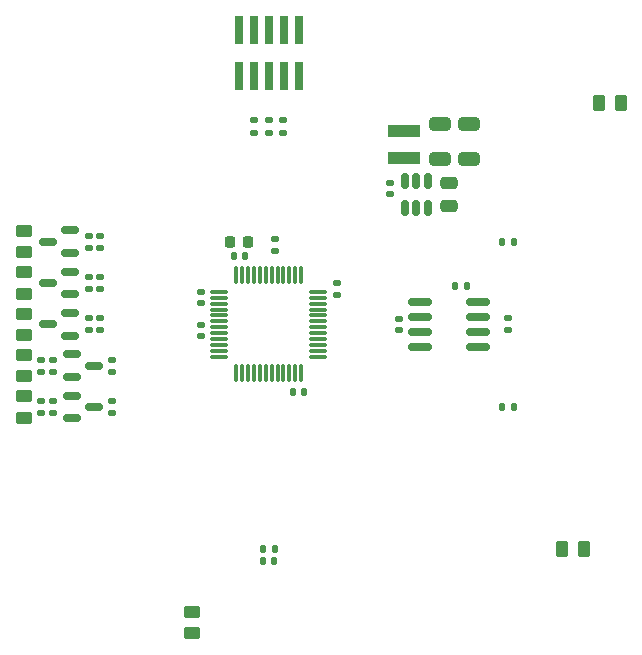
<source format=gbr>
%TF.GenerationSoftware,KiCad,Pcbnew,(6.0.1-0)*%
%TF.CreationDate,2022-12-13T14:32:30+01:00*%
%TF.ProjectId,CAN_Steppermodul,43414e5f-5374-4657-9070-65726d6f6475,rev?*%
%TF.SameCoordinates,Original*%
%TF.FileFunction,Paste,Top*%
%TF.FilePolarity,Positive*%
%FSLAX46Y46*%
G04 Gerber Fmt 4.6, Leading zero omitted, Abs format (unit mm)*
G04 Created by KiCad (PCBNEW (6.0.1-0)) date 2022-12-13 14:32:30*
%MOMM*%
%LPD*%
G01*
G04 APERTURE LIST*
G04 Aperture macros list*
%AMRoundRect*
0 Rectangle with rounded corners*
0 $1 Rounding radius*
0 $2 $3 $4 $5 $6 $7 $8 $9 X,Y pos of 4 corners*
0 Add a 4 corners polygon primitive as box body*
4,1,4,$2,$3,$4,$5,$6,$7,$8,$9,$2,$3,0*
0 Add four circle primitives for the rounded corners*
1,1,$1+$1,$2,$3*
1,1,$1+$1,$4,$5*
1,1,$1+$1,$6,$7*
1,1,$1+$1,$8,$9*
0 Add four rect primitives between the rounded corners*
20,1,$1+$1,$2,$3,$4,$5,0*
20,1,$1+$1,$4,$5,$6,$7,0*
20,1,$1+$1,$6,$7,$8,$9,0*
20,1,$1+$1,$8,$9,$2,$3,0*%
G04 Aperture macros list end*
%ADD10RoundRect,0.225000X-0.225000X-0.250000X0.225000X-0.250000X0.225000X0.250000X-0.225000X0.250000X0*%
%ADD11RoundRect,0.150000X-0.825000X-0.150000X0.825000X-0.150000X0.825000X0.150000X-0.825000X0.150000X0*%
%ADD12RoundRect,0.150000X0.150000X-0.512500X0.150000X0.512500X-0.150000X0.512500X-0.150000X-0.512500X0*%
%ADD13RoundRect,0.075000X-0.662500X-0.075000X0.662500X-0.075000X0.662500X0.075000X-0.662500X0.075000X0*%
%ADD14RoundRect,0.075000X-0.075000X-0.662500X0.075000X-0.662500X0.075000X0.662500X-0.075000X0.662500X0*%
%ADD15RoundRect,0.250000X0.262500X0.450000X-0.262500X0.450000X-0.262500X-0.450000X0.262500X-0.450000X0*%
%ADD16RoundRect,0.250000X-0.262500X-0.450000X0.262500X-0.450000X0.262500X0.450000X-0.262500X0.450000X0*%
%ADD17RoundRect,0.135000X0.185000X-0.135000X0.185000X0.135000X-0.185000X0.135000X-0.185000X-0.135000X0*%
%ADD18RoundRect,0.135000X-0.135000X-0.185000X0.135000X-0.185000X0.135000X0.185000X-0.135000X0.185000X0*%
%ADD19RoundRect,0.250000X0.450000X-0.262500X0.450000X0.262500X-0.450000X0.262500X-0.450000X-0.262500X0*%
%ADD20RoundRect,0.250000X-0.450000X0.262500X-0.450000X-0.262500X0.450000X-0.262500X0.450000X0.262500X0*%
%ADD21RoundRect,0.135000X-0.185000X0.135000X-0.185000X-0.135000X0.185000X-0.135000X0.185000X0.135000X0*%
%ADD22RoundRect,0.150000X-0.587500X-0.150000X0.587500X-0.150000X0.587500X0.150000X-0.587500X0.150000X0*%
%ADD23RoundRect,0.150000X0.587500X0.150000X-0.587500X0.150000X-0.587500X-0.150000X0.587500X-0.150000X0*%
%ADD24R,2.750000X1.000000*%
%ADD25R,0.740000X2.400000*%
%ADD26RoundRect,0.140000X0.170000X-0.140000X0.170000X0.140000X-0.170000X0.140000X-0.170000X-0.140000X0*%
%ADD27RoundRect,0.140000X0.140000X0.170000X-0.140000X0.170000X-0.140000X-0.170000X0.140000X-0.170000X0*%
%ADD28RoundRect,0.250000X-0.650000X0.325000X-0.650000X-0.325000X0.650000X-0.325000X0.650000X0.325000X0*%
%ADD29RoundRect,0.140000X-0.170000X0.140000X-0.170000X-0.140000X0.170000X-0.140000X0.170000X0.140000X0*%
%ADD30RoundRect,0.250000X0.475000X-0.250000X0.475000X0.250000X-0.475000X0.250000X-0.475000X-0.250000X0*%
%ADD31RoundRect,0.140000X-0.140000X-0.170000X0.140000X-0.170000X0.140000X0.170000X-0.140000X0.170000X0*%
G04 APERTURE END LIST*
D10*
%TO.C,C1*%
X139230000Y-92000000D03*
X140780000Y-92000000D03*
%TD*%
D11*
%TO.C,U3*%
X155275000Y-97095000D03*
X155275000Y-98365000D03*
X155275000Y-99635000D03*
X155275000Y-100905000D03*
X160225000Y-100905000D03*
X160225000Y-99635000D03*
X160225000Y-98365000D03*
X160225000Y-97095000D03*
%TD*%
D12*
%TO.C,U2*%
X154050000Y-89137500D03*
X155000000Y-89137500D03*
X155950000Y-89137500D03*
X155950000Y-86862500D03*
X155000000Y-86862500D03*
X154050000Y-86862500D03*
%TD*%
D13*
%TO.C,U1*%
X138337500Y-96250000D03*
X138337500Y-96750000D03*
X138337500Y-97250000D03*
X138337500Y-97750000D03*
X138337500Y-98250000D03*
X138337500Y-98750000D03*
X138337500Y-99250000D03*
X138337500Y-99750000D03*
X138337500Y-100250000D03*
X138337500Y-100750000D03*
X138337500Y-101250000D03*
X138337500Y-101750000D03*
D14*
X139750000Y-103162500D03*
X140250000Y-103162500D03*
X140750000Y-103162500D03*
X141250000Y-103162500D03*
X141750000Y-103162500D03*
X142250000Y-103162500D03*
X142750000Y-103162500D03*
X143250000Y-103162500D03*
X143750000Y-103162500D03*
X144250000Y-103162500D03*
X144750000Y-103162500D03*
X145250000Y-103162500D03*
D13*
X146662500Y-101750000D03*
X146662500Y-101250000D03*
X146662500Y-100750000D03*
X146662500Y-100250000D03*
X146662500Y-99750000D03*
X146662500Y-99250000D03*
X146662500Y-98750000D03*
X146662500Y-98250000D03*
X146662500Y-97750000D03*
X146662500Y-97250000D03*
X146662500Y-96750000D03*
X146662500Y-96250000D03*
D14*
X145250000Y-94837500D03*
X144750000Y-94837500D03*
X144250000Y-94837500D03*
X143750000Y-94837500D03*
X143250000Y-94837500D03*
X142750000Y-94837500D03*
X142250000Y-94837500D03*
X141750000Y-94837500D03*
X141250000Y-94837500D03*
X140750000Y-94837500D03*
X140250000Y-94837500D03*
X139750000Y-94837500D03*
%TD*%
D15*
%TO.C,R29*%
X169162500Y-118000000D03*
X167337500Y-118000000D03*
%TD*%
D16*
%TO.C,R28*%
X170500000Y-80250000D03*
X172325000Y-80250000D03*
%TD*%
D17*
%TO.C,R27*%
X162750000Y-99510000D03*
X162750000Y-98490000D03*
%TD*%
D18*
%TO.C,R26*%
X162240000Y-106000000D03*
X163260000Y-106000000D03*
%TD*%
%TO.C,R25*%
X163260000Y-92000000D03*
X162240000Y-92000000D03*
%TD*%
%TO.C,R24*%
X158250000Y-95750000D03*
X159270000Y-95750000D03*
%TD*%
D19*
%TO.C,R23*%
X136000000Y-125162500D03*
X136000000Y-123337500D03*
%TD*%
D20*
%TO.C,R22*%
X121750000Y-105087500D03*
X121750000Y-106912500D03*
%TD*%
%TO.C,R21*%
X121750000Y-101587500D03*
X121750000Y-103412500D03*
%TD*%
D18*
%TO.C,R20*%
X141990000Y-118000000D03*
X143010000Y-118000000D03*
%TD*%
D21*
%TO.C,R19*%
X123250000Y-105490000D03*
X123250000Y-106510000D03*
%TD*%
%TO.C,R18*%
X123250000Y-101990000D03*
X123250000Y-103010000D03*
%TD*%
%TO.C,R17*%
X124250000Y-105490000D03*
X124250000Y-106510000D03*
%TD*%
%TO.C,R16*%
X124250000Y-101990000D03*
X124250000Y-103010000D03*
%TD*%
D17*
%TO.C,R15*%
X129250000Y-106510000D03*
X129250000Y-105490000D03*
%TD*%
%TO.C,R14*%
X129250000Y-103010000D03*
X129250000Y-101990000D03*
%TD*%
D19*
%TO.C,R13*%
X121750000Y-99912500D03*
X121750000Y-98087500D03*
%TD*%
%TO.C,R12*%
X121750000Y-96412500D03*
X121750000Y-94587500D03*
%TD*%
%TO.C,R11*%
X121750000Y-92912500D03*
X121750000Y-91087500D03*
%TD*%
D17*
%TO.C,R10*%
X127250000Y-99510000D03*
X127250000Y-98490000D03*
%TD*%
%TO.C,R9*%
X127250000Y-96010000D03*
X127250000Y-94990000D03*
%TD*%
%TO.C,R8*%
X127250000Y-92510000D03*
X127250000Y-91490000D03*
%TD*%
D21*
%TO.C,R7*%
X128250000Y-98490000D03*
X128250000Y-99510000D03*
%TD*%
%TO.C,R6*%
X128250000Y-94990000D03*
X128250000Y-96010000D03*
%TD*%
%TO.C,R5*%
X128250000Y-91490000D03*
X128250000Y-92510000D03*
%TD*%
%TO.C,R4*%
X142500000Y-81740000D03*
X142500000Y-82760000D03*
%TD*%
%TO.C,R3*%
X141250000Y-81740000D03*
X141250000Y-82760000D03*
%TD*%
%TO.C,R2*%
X143750000Y-81740000D03*
X143750000Y-82760000D03*
%TD*%
D17*
%TO.C,R1*%
X143000000Y-92760000D03*
X143000000Y-91740000D03*
%TD*%
D22*
%TO.C,Q5*%
X125812500Y-105050000D03*
X125812500Y-106950000D03*
X127687500Y-106000000D03*
%TD*%
%TO.C,Q4*%
X125812500Y-101550000D03*
X125812500Y-103450000D03*
X127687500Y-102500000D03*
%TD*%
D23*
%TO.C,Q3*%
X125687500Y-99950000D03*
X125687500Y-98050000D03*
X123812500Y-99000000D03*
%TD*%
%TO.C,Q2*%
X125687500Y-96450000D03*
X125687500Y-94550000D03*
X123812500Y-95500000D03*
%TD*%
%TO.C,Q1*%
X125687500Y-92950000D03*
X125687500Y-91050000D03*
X123812500Y-92000000D03*
%TD*%
D24*
%TO.C,L1*%
X154000000Y-84900000D03*
X154000000Y-82600000D03*
%TD*%
D25*
%TO.C,J1*%
X145040000Y-74050000D03*
X145040000Y-77950000D03*
X143770000Y-74050000D03*
X143770000Y-77950000D03*
X142500000Y-74050000D03*
X142500000Y-77950000D03*
X141230000Y-74050000D03*
X141230000Y-77950000D03*
X139960000Y-74050000D03*
X139960000Y-77950000D03*
%TD*%
D26*
%TO.C,C12*%
X153500000Y-99480000D03*
X153500000Y-98520000D03*
%TD*%
D27*
%TO.C,C11*%
X142980000Y-119000000D03*
X142020000Y-119000000D03*
%TD*%
D28*
%TO.C,C10*%
X159500000Y-82025000D03*
X159500000Y-84975000D03*
%TD*%
%TO.C,C9*%
X157000000Y-82025000D03*
X157000000Y-84975000D03*
%TD*%
D26*
%TO.C,C8*%
X152750000Y-88000000D03*
X152750000Y-87040000D03*
%TD*%
D29*
%TO.C,C7*%
X136755000Y-96250000D03*
X136755000Y-97210000D03*
%TD*%
D26*
%TO.C,C6*%
X136755000Y-100000000D03*
X136755000Y-99040000D03*
%TD*%
D27*
%TO.C,C5*%
X145485000Y-104750000D03*
X144525000Y-104750000D03*
%TD*%
D29*
%TO.C,C4*%
X148255000Y-95520000D03*
X148255000Y-96480000D03*
%TD*%
D30*
%TO.C,C3*%
X157750000Y-88950000D03*
X157750000Y-87050000D03*
%TD*%
D31*
%TO.C,C2*%
X139525000Y-93250000D03*
X140485000Y-93250000D03*
%TD*%
M02*

</source>
